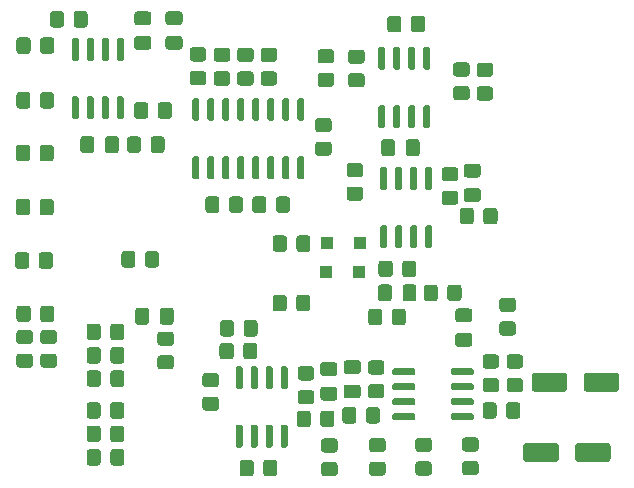
<source format=gbr>
%TF.GenerationSoftware,KiCad,Pcbnew,(5.1.10)-1*%
%TF.CreationDate,2021-07-01T15:47:13-04:00*%
%TF.ProjectId,LFO,4c464f2e-6b69-4636-9164-5f7063625858,rev?*%
%TF.SameCoordinates,Original*%
%TF.FileFunction,Paste,Top*%
%TF.FilePolarity,Positive*%
%FSLAX46Y46*%
G04 Gerber Fmt 4.6, Leading zero omitted, Abs format (unit mm)*
G04 Created by KiCad (PCBNEW (5.1.10)-1) date 2021-07-01 15:47:13*
%MOMM*%
%LPD*%
G01*
G04 APERTURE LIST*
%ADD10R,1.100000X1.100000*%
G04 APERTURE END LIST*
%TO.C,U3*%
G36*
G01*
X110817800Y-77951200D02*
X110517800Y-77951200D01*
G75*
G02*
X110367800Y-77801200I0J150000D01*
G01*
X110367800Y-76151200D01*
G75*
G02*
X110517800Y-76001200I150000J0D01*
G01*
X110817800Y-76001200D01*
G75*
G02*
X110967800Y-76151200I0J-150000D01*
G01*
X110967800Y-77801200D01*
G75*
G02*
X110817800Y-77951200I-150000J0D01*
G01*
G37*
G36*
G01*
X112087800Y-77951200D02*
X111787800Y-77951200D01*
G75*
G02*
X111637800Y-77801200I0J150000D01*
G01*
X111637800Y-76151200D01*
G75*
G02*
X111787800Y-76001200I150000J0D01*
G01*
X112087800Y-76001200D01*
G75*
G02*
X112237800Y-76151200I0J-150000D01*
G01*
X112237800Y-77801200D01*
G75*
G02*
X112087800Y-77951200I-150000J0D01*
G01*
G37*
G36*
G01*
X113357800Y-77951200D02*
X113057800Y-77951200D01*
G75*
G02*
X112907800Y-77801200I0J150000D01*
G01*
X112907800Y-76151200D01*
G75*
G02*
X113057800Y-76001200I150000J0D01*
G01*
X113357800Y-76001200D01*
G75*
G02*
X113507800Y-76151200I0J-150000D01*
G01*
X113507800Y-77801200D01*
G75*
G02*
X113357800Y-77951200I-150000J0D01*
G01*
G37*
G36*
G01*
X114627800Y-77951200D02*
X114327800Y-77951200D01*
G75*
G02*
X114177800Y-77801200I0J150000D01*
G01*
X114177800Y-76151200D01*
G75*
G02*
X114327800Y-76001200I150000J0D01*
G01*
X114627800Y-76001200D01*
G75*
G02*
X114777800Y-76151200I0J-150000D01*
G01*
X114777800Y-77801200D01*
G75*
G02*
X114627800Y-77951200I-150000J0D01*
G01*
G37*
G36*
G01*
X115897800Y-77951200D02*
X115597800Y-77951200D01*
G75*
G02*
X115447800Y-77801200I0J150000D01*
G01*
X115447800Y-76151200D01*
G75*
G02*
X115597800Y-76001200I150000J0D01*
G01*
X115897800Y-76001200D01*
G75*
G02*
X116047800Y-76151200I0J-150000D01*
G01*
X116047800Y-77801200D01*
G75*
G02*
X115897800Y-77951200I-150000J0D01*
G01*
G37*
G36*
G01*
X117167800Y-77951200D02*
X116867800Y-77951200D01*
G75*
G02*
X116717800Y-77801200I0J150000D01*
G01*
X116717800Y-76151200D01*
G75*
G02*
X116867800Y-76001200I150000J0D01*
G01*
X117167800Y-76001200D01*
G75*
G02*
X117317800Y-76151200I0J-150000D01*
G01*
X117317800Y-77801200D01*
G75*
G02*
X117167800Y-77951200I-150000J0D01*
G01*
G37*
G36*
G01*
X118437800Y-77951200D02*
X118137800Y-77951200D01*
G75*
G02*
X117987800Y-77801200I0J150000D01*
G01*
X117987800Y-76151200D01*
G75*
G02*
X118137800Y-76001200I150000J0D01*
G01*
X118437800Y-76001200D01*
G75*
G02*
X118587800Y-76151200I0J-150000D01*
G01*
X118587800Y-77801200D01*
G75*
G02*
X118437800Y-77951200I-150000J0D01*
G01*
G37*
G36*
G01*
X119707800Y-77951200D02*
X119407800Y-77951200D01*
G75*
G02*
X119257800Y-77801200I0J150000D01*
G01*
X119257800Y-76151200D01*
G75*
G02*
X119407800Y-76001200I150000J0D01*
G01*
X119707800Y-76001200D01*
G75*
G02*
X119857800Y-76151200I0J-150000D01*
G01*
X119857800Y-77801200D01*
G75*
G02*
X119707800Y-77951200I-150000J0D01*
G01*
G37*
G36*
G01*
X119707800Y-82901200D02*
X119407800Y-82901200D01*
G75*
G02*
X119257800Y-82751200I0J150000D01*
G01*
X119257800Y-81101200D01*
G75*
G02*
X119407800Y-80951200I150000J0D01*
G01*
X119707800Y-80951200D01*
G75*
G02*
X119857800Y-81101200I0J-150000D01*
G01*
X119857800Y-82751200D01*
G75*
G02*
X119707800Y-82901200I-150000J0D01*
G01*
G37*
G36*
G01*
X118437800Y-82901200D02*
X118137800Y-82901200D01*
G75*
G02*
X117987800Y-82751200I0J150000D01*
G01*
X117987800Y-81101200D01*
G75*
G02*
X118137800Y-80951200I150000J0D01*
G01*
X118437800Y-80951200D01*
G75*
G02*
X118587800Y-81101200I0J-150000D01*
G01*
X118587800Y-82751200D01*
G75*
G02*
X118437800Y-82901200I-150000J0D01*
G01*
G37*
G36*
G01*
X117167800Y-82901200D02*
X116867800Y-82901200D01*
G75*
G02*
X116717800Y-82751200I0J150000D01*
G01*
X116717800Y-81101200D01*
G75*
G02*
X116867800Y-80951200I150000J0D01*
G01*
X117167800Y-80951200D01*
G75*
G02*
X117317800Y-81101200I0J-150000D01*
G01*
X117317800Y-82751200D01*
G75*
G02*
X117167800Y-82901200I-150000J0D01*
G01*
G37*
G36*
G01*
X115897800Y-82901200D02*
X115597800Y-82901200D01*
G75*
G02*
X115447800Y-82751200I0J150000D01*
G01*
X115447800Y-81101200D01*
G75*
G02*
X115597800Y-80951200I150000J0D01*
G01*
X115897800Y-80951200D01*
G75*
G02*
X116047800Y-81101200I0J-150000D01*
G01*
X116047800Y-82751200D01*
G75*
G02*
X115897800Y-82901200I-150000J0D01*
G01*
G37*
G36*
G01*
X114627800Y-82901200D02*
X114327800Y-82901200D01*
G75*
G02*
X114177800Y-82751200I0J150000D01*
G01*
X114177800Y-81101200D01*
G75*
G02*
X114327800Y-80951200I150000J0D01*
G01*
X114627800Y-80951200D01*
G75*
G02*
X114777800Y-81101200I0J-150000D01*
G01*
X114777800Y-82751200D01*
G75*
G02*
X114627800Y-82901200I-150000J0D01*
G01*
G37*
G36*
G01*
X113357800Y-82901200D02*
X113057800Y-82901200D01*
G75*
G02*
X112907800Y-82751200I0J150000D01*
G01*
X112907800Y-81101200D01*
G75*
G02*
X113057800Y-80951200I150000J0D01*
G01*
X113357800Y-80951200D01*
G75*
G02*
X113507800Y-81101200I0J-150000D01*
G01*
X113507800Y-82751200D01*
G75*
G02*
X113357800Y-82901200I-150000J0D01*
G01*
G37*
G36*
G01*
X112087800Y-82901200D02*
X111787800Y-82901200D01*
G75*
G02*
X111637800Y-82751200I0J150000D01*
G01*
X111637800Y-81101200D01*
G75*
G02*
X111787800Y-80951200I150000J0D01*
G01*
X112087800Y-80951200D01*
G75*
G02*
X112237800Y-81101200I0J-150000D01*
G01*
X112237800Y-82751200D01*
G75*
G02*
X112087800Y-82901200I-150000J0D01*
G01*
G37*
G36*
G01*
X110817800Y-82901200D02*
X110517800Y-82901200D01*
G75*
G02*
X110367800Y-82751200I0J150000D01*
G01*
X110367800Y-81101200D01*
G75*
G02*
X110517800Y-80951200I150000J0D01*
G01*
X110817800Y-80951200D01*
G75*
G02*
X110967800Y-81101200I0J-150000D01*
G01*
X110967800Y-82751200D01*
G75*
G02*
X110817800Y-82901200I-150000J0D01*
G01*
G37*
%TD*%
%TO.C,R63*%
G36*
G01*
X126383201Y-99422000D02*
X125483199Y-99422000D01*
G75*
G02*
X125233200Y-99172001I0J249999D01*
G01*
X125233200Y-98471999D01*
G75*
G02*
X125483199Y-98222000I249999J0D01*
G01*
X126383201Y-98222000D01*
G75*
G02*
X126633200Y-98471999I0J-249999D01*
G01*
X126633200Y-99172001D01*
G75*
G02*
X126383201Y-99422000I-249999J0D01*
G01*
G37*
G36*
G01*
X126383201Y-101422000D02*
X125483199Y-101422000D01*
G75*
G02*
X125233200Y-101172001I0J249999D01*
G01*
X125233200Y-100471999D01*
G75*
G02*
X125483199Y-100222000I249999J0D01*
G01*
X126383201Y-100222000D01*
G75*
G02*
X126633200Y-100471999I0J-249999D01*
G01*
X126633200Y-101172001D01*
G75*
G02*
X126383201Y-101422000I-249999J0D01*
G01*
G37*
%TD*%
%TO.C,R61*%
G36*
G01*
X135004000Y-86454401D02*
X135004000Y-85554399D01*
G75*
G02*
X135253999Y-85304400I249999J0D01*
G01*
X135954001Y-85304400D01*
G75*
G02*
X136204000Y-85554399I0J-249999D01*
G01*
X136204000Y-86454401D01*
G75*
G02*
X135954001Y-86704400I-249999J0D01*
G01*
X135253999Y-86704400D01*
G75*
G02*
X135004000Y-86454401I0J249999D01*
G01*
G37*
G36*
G01*
X133004000Y-86454401D02*
X133004000Y-85554399D01*
G75*
G02*
X133253999Y-85304400I249999J0D01*
G01*
X133954001Y-85304400D01*
G75*
G02*
X134204000Y-85554399I0J-249999D01*
G01*
X134204000Y-86454401D01*
G75*
G02*
X133954001Y-86704400I-249999J0D01*
G01*
X133253999Y-86704400D01*
G75*
G02*
X133004000Y-86454401I0J249999D01*
G01*
G37*
%TD*%
%TO.C,R60*%
G36*
G01*
X136608399Y-94922800D02*
X137508401Y-94922800D01*
G75*
G02*
X137758400Y-95172799I0J-249999D01*
G01*
X137758400Y-95872801D01*
G75*
G02*
X137508401Y-96122800I-249999J0D01*
G01*
X136608399Y-96122800D01*
G75*
G02*
X136358400Y-95872801I0J249999D01*
G01*
X136358400Y-95172799D01*
G75*
G02*
X136608399Y-94922800I249999J0D01*
G01*
G37*
G36*
G01*
X136608399Y-92922800D02*
X137508401Y-92922800D01*
G75*
G02*
X137758400Y-93172799I0J-249999D01*
G01*
X137758400Y-93872801D01*
G75*
G02*
X137508401Y-94122800I-249999J0D01*
G01*
X136608399Y-94122800D01*
G75*
G02*
X136358400Y-93872801I0J249999D01*
G01*
X136358400Y-93172799D01*
G75*
G02*
X136608399Y-92922800I249999J0D01*
G01*
G37*
%TD*%
%TO.C,R59*%
G36*
G01*
X122420801Y-106026000D02*
X121520799Y-106026000D01*
G75*
G02*
X121270800Y-105776001I0J249999D01*
G01*
X121270800Y-105075999D01*
G75*
G02*
X121520799Y-104826000I249999J0D01*
G01*
X122420801Y-104826000D01*
G75*
G02*
X122670800Y-105075999I0J-249999D01*
G01*
X122670800Y-105776001D01*
G75*
G02*
X122420801Y-106026000I-249999J0D01*
G01*
G37*
G36*
G01*
X122420801Y-108026000D02*
X121520799Y-108026000D01*
G75*
G02*
X121270800Y-107776001I0J249999D01*
G01*
X121270800Y-107075999D01*
G75*
G02*
X121520799Y-106826000I249999J0D01*
G01*
X122420801Y-106826000D01*
G75*
G02*
X122670800Y-107075999I0J-249999D01*
G01*
X122670800Y-107776001D01*
G75*
G02*
X122420801Y-108026000I-249999J0D01*
G01*
G37*
%TD*%
%TO.C,R58*%
G36*
G01*
X130396401Y-105975200D02*
X129496399Y-105975200D01*
G75*
G02*
X129246400Y-105725201I0J249999D01*
G01*
X129246400Y-105025199D01*
G75*
G02*
X129496399Y-104775200I249999J0D01*
G01*
X130396401Y-104775200D01*
G75*
G02*
X130646400Y-105025199I0J-249999D01*
G01*
X130646400Y-105725201D01*
G75*
G02*
X130396401Y-105975200I-249999J0D01*
G01*
G37*
G36*
G01*
X130396401Y-107975200D02*
X129496399Y-107975200D01*
G75*
G02*
X129246400Y-107725201I0J249999D01*
G01*
X129246400Y-107025199D01*
G75*
G02*
X129496399Y-106775200I249999J0D01*
G01*
X130396401Y-106775200D01*
G75*
G02*
X130646400Y-107025199I0J-249999D01*
G01*
X130646400Y-107725201D01*
G75*
G02*
X130396401Y-107975200I-249999J0D01*
G01*
G37*
%TD*%
%TO.C,R57*%
G36*
G01*
X115560400Y-106890399D02*
X115560400Y-107790401D01*
G75*
G02*
X115310401Y-108040400I-249999J0D01*
G01*
X114610399Y-108040400D01*
G75*
G02*
X114360400Y-107790401I0J249999D01*
G01*
X114360400Y-106890399D01*
G75*
G02*
X114610399Y-106640400I249999J0D01*
G01*
X115310401Y-106640400D01*
G75*
G02*
X115560400Y-106890399I0J-249999D01*
G01*
G37*
G36*
G01*
X117560400Y-106890399D02*
X117560400Y-107790401D01*
G75*
G02*
X117310401Y-108040400I-249999J0D01*
G01*
X116610399Y-108040400D01*
G75*
G02*
X116360400Y-107790401I0J249999D01*
G01*
X116360400Y-106890399D01*
G75*
G02*
X116610399Y-106640400I249999J0D01*
G01*
X117310401Y-106640400D01*
G75*
G02*
X117560400Y-106890399I0J-249999D01*
G01*
G37*
%TD*%
%TO.C,R56*%
G36*
G01*
X121202400Y-103624801D02*
X121202400Y-102724799D01*
G75*
G02*
X121452399Y-102474800I249999J0D01*
G01*
X122152401Y-102474800D01*
G75*
G02*
X122402400Y-102724799I0J-249999D01*
G01*
X122402400Y-103624801D01*
G75*
G02*
X122152401Y-103874800I-249999J0D01*
G01*
X121452399Y-103874800D01*
G75*
G02*
X121202400Y-103624801I0J249999D01*
G01*
G37*
G36*
G01*
X119202400Y-103624801D02*
X119202400Y-102724799D01*
G75*
G02*
X119452399Y-102474800I249999J0D01*
G01*
X120152401Y-102474800D01*
G75*
G02*
X120402400Y-102724799I0J-249999D01*
G01*
X120402400Y-103624801D01*
G75*
G02*
X120152401Y-103874800I-249999J0D01*
G01*
X119452399Y-103874800D01*
G75*
G02*
X119202400Y-103624801I0J249999D01*
G01*
G37*
%TD*%
%TO.C,R55*%
G36*
G01*
X120439601Y-99930000D02*
X119539599Y-99930000D01*
G75*
G02*
X119289600Y-99680001I0J249999D01*
G01*
X119289600Y-98979999D01*
G75*
G02*
X119539599Y-98730000I249999J0D01*
G01*
X120439601Y-98730000D01*
G75*
G02*
X120689600Y-98979999I0J-249999D01*
G01*
X120689600Y-99680001D01*
G75*
G02*
X120439601Y-99930000I-249999J0D01*
G01*
G37*
G36*
G01*
X120439601Y-101930000D02*
X119539599Y-101930000D01*
G75*
G02*
X119289600Y-101680001I0J249999D01*
G01*
X119289600Y-100979999D01*
G75*
G02*
X119539599Y-100730000I249999J0D01*
G01*
X120439601Y-100730000D01*
G75*
G02*
X120689600Y-100979999I0J-249999D01*
G01*
X120689600Y-101680001D01*
G75*
G02*
X120439601Y-101930000I-249999J0D01*
G01*
G37*
%TD*%
%TO.C,R54*%
G36*
G01*
X132631601Y-83064400D02*
X131731599Y-83064400D01*
G75*
G02*
X131481600Y-82814401I0J249999D01*
G01*
X131481600Y-82114399D01*
G75*
G02*
X131731599Y-81864400I249999J0D01*
G01*
X132631601Y-81864400D01*
G75*
G02*
X132881600Y-82114399I0J-249999D01*
G01*
X132881600Y-82814401D01*
G75*
G02*
X132631601Y-83064400I-249999J0D01*
G01*
G37*
G36*
G01*
X132631601Y-85064400D02*
X131731599Y-85064400D01*
G75*
G02*
X131481600Y-84814401I0J249999D01*
G01*
X131481600Y-84114399D01*
G75*
G02*
X131731599Y-83864400I249999J0D01*
G01*
X132631601Y-83864400D01*
G75*
G02*
X132881600Y-84114399I0J-249999D01*
G01*
X132881600Y-84814401D01*
G75*
G02*
X132631601Y-85064400I-249999J0D01*
G01*
G37*
%TD*%
%TO.C,R53*%
G36*
G01*
X113900000Y-95053999D02*
X113900000Y-95954001D01*
G75*
G02*
X113650001Y-96204000I-249999J0D01*
G01*
X112949999Y-96204000D01*
G75*
G02*
X112700000Y-95954001I0J249999D01*
G01*
X112700000Y-95053999D01*
G75*
G02*
X112949999Y-94804000I249999J0D01*
G01*
X113650001Y-94804000D01*
G75*
G02*
X113900000Y-95053999I0J-249999D01*
G01*
G37*
G36*
G01*
X115900000Y-95053999D02*
X115900000Y-95954001D01*
G75*
G02*
X115650001Y-96204000I-249999J0D01*
G01*
X114949999Y-96204000D01*
G75*
G02*
X114700000Y-95954001I0J249999D01*
G01*
X114700000Y-95053999D01*
G75*
G02*
X114949999Y-94804000I249999J0D01*
G01*
X115650001Y-94804000D01*
G75*
G02*
X115900000Y-95053999I0J-249999D01*
G01*
G37*
%TD*%
%TO.C,R52*%
G36*
G01*
X113865200Y-96984399D02*
X113865200Y-97884401D01*
G75*
G02*
X113615201Y-98134400I-249999J0D01*
G01*
X112915199Y-98134400D01*
G75*
G02*
X112665200Y-97884401I0J249999D01*
G01*
X112665200Y-96984399D01*
G75*
G02*
X112915199Y-96734400I249999J0D01*
G01*
X113615201Y-96734400D01*
G75*
G02*
X113865200Y-96984399I0J-249999D01*
G01*
G37*
G36*
G01*
X115865200Y-96984399D02*
X115865200Y-97884401D01*
G75*
G02*
X115615201Y-98134400I-249999J0D01*
G01*
X114915199Y-98134400D01*
G75*
G02*
X114665200Y-97884401I0J249999D01*
G01*
X114665200Y-96984399D01*
G75*
G02*
X114915199Y-96734400I249999J0D01*
G01*
X115615201Y-96734400D01*
G75*
G02*
X115865200Y-96984399I0J-249999D01*
G01*
G37*
%TD*%
%TO.C,R51*%
G36*
G01*
X108552401Y-96983600D02*
X107652399Y-96983600D01*
G75*
G02*
X107402400Y-96733601I0J249999D01*
G01*
X107402400Y-96033599D01*
G75*
G02*
X107652399Y-95783600I249999J0D01*
G01*
X108552401Y-95783600D01*
G75*
G02*
X108802400Y-96033599I0J-249999D01*
G01*
X108802400Y-96733601D01*
G75*
G02*
X108552401Y-96983600I-249999J0D01*
G01*
G37*
G36*
G01*
X108552401Y-98983600D02*
X107652399Y-98983600D01*
G75*
G02*
X107402400Y-98733601I0J249999D01*
G01*
X107402400Y-98033599D01*
G75*
G02*
X107652399Y-97783600I249999J0D01*
G01*
X108552401Y-97783600D01*
G75*
G02*
X108802400Y-98033599I0J-249999D01*
G01*
X108802400Y-98733601D01*
G75*
G02*
X108552401Y-98983600I-249999J0D01*
G01*
G37*
%TD*%
%TO.C,R50*%
G36*
G01*
X102622400Y-105975999D02*
X102622400Y-106876001D01*
G75*
G02*
X102372401Y-107126000I-249999J0D01*
G01*
X101672399Y-107126000D01*
G75*
G02*
X101422400Y-106876001I0J249999D01*
G01*
X101422400Y-105975999D01*
G75*
G02*
X101672399Y-105726000I249999J0D01*
G01*
X102372401Y-105726000D01*
G75*
G02*
X102622400Y-105975999I0J-249999D01*
G01*
G37*
G36*
G01*
X104622400Y-105975999D02*
X104622400Y-106876001D01*
G75*
G02*
X104372401Y-107126000I-249999J0D01*
G01*
X103672399Y-107126000D01*
G75*
G02*
X103422400Y-106876001I0J249999D01*
G01*
X103422400Y-105975999D01*
G75*
G02*
X103672399Y-105726000I249999J0D01*
G01*
X104372401Y-105726000D01*
G75*
G02*
X104622400Y-105975999I0J-249999D01*
G01*
G37*
%TD*%
%TO.C,R49*%
G36*
G01*
X96614401Y-96847200D02*
X95714399Y-96847200D01*
G75*
G02*
X95464400Y-96597201I0J249999D01*
G01*
X95464400Y-95897199D01*
G75*
G02*
X95714399Y-95647200I249999J0D01*
G01*
X96614401Y-95647200D01*
G75*
G02*
X96864400Y-95897199I0J-249999D01*
G01*
X96864400Y-96597201D01*
G75*
G02*
X96614401Y-96847200I-249999J0D01*
G01*
G37*
G36*
G01*
X96614401Y-98847200D02*
X95714399Y-98847200D01*
G75*
G02*
X95464400Y-98597201I0J249999D01*
G01*
X95464400Y-97897199D01*
G75*
G02*
X95714399Y-97647200I249999J0D01*
G01*
X96614401Y-97647200D01*
G75*
G02*
X96864400Y-97897199I0J-249999D01*
G01*
X96864400Y-98597201D01*
G75*
G02*
X96614401Y-98847200I-249999J0D01*
G01*
G37*
%TD*%
%TO.C,R48*%
G36*
G01*
X123670399Y-83508800D02*
X124570401Y-83508800D01*
G75*
G02*
X124820400Y-83758799I0J-249999D01*
G01*
X124820400Y-84458801D01*
G75*
G02*
X124570401Y-84708800I-249999J0D01*
G01*
X123670399Y-84708800D01*
G75*
G02*
X123420400Y-84458801I0J249999D01*
G01*
X123420400Y-83758799D01*
G75*
G02*
X123670399Y-83508800I249999J0D01*
G01*
G37*
G36*
G01*
X123670399Y-81508800D02*
X124570401Y-81508800D01*
G75*
G02*
X124820400Y-81758799I0J-249999D01*
G01*
X124820400Y-82458801D01*
G75*
G02*
X124570401Y-82708800I-249999J0D01*
G01*
X123670399Y-82708800D01*
G75*
G02*
X123420400Y-82458801I0J249999D01*
G01*
X123420400Y-81758799D01*
G75*
G02*
X123670399Y-81508800I249999J0D01*
G01*
G37*
%TD*%
%TO.C,R47*%
G36*
G01*
X111462399Y-101288800D02*
X112362401Y-101288800D01*
G75*
G02*
X112612400Y-101538799I0J-249999D01*
G01*
X112612400Y-102238801D01*
G75*
G02*
X112362401Y-102488800I-249999J0D01*
G01*
X111462399Y-102488800D01*
G75*
G02*
X111212400Y-102238801I0J249999D01*
G01*
X111212400Y-101538799D01*
G75*
G02*
X111462399Y-101288800I249999J0D01*
G01*
G37*
G36*
G01*
X111462399Y-99288800D02*
X112362401Y-99288800D01*
G75*
G02*
X112612400Y-99538799I0J-249999D01*
G01*
X112612400Y-100238801D01*
G75*
G02*
X112362401Y-100488800I-249999J0D01*
G01*
X111462399Y-100488800D01*
G75*
G02*
X111212400Y-100238801I0J249999D01*
G01*
X111212400Y-99538799D01*
G75*
G02*
X111462399Y-99288800I249999J0D01*
G01*
G37*
%TD*%
%TO.C,R45*%
G36*
G01*
X102606400Y-103994799D02*
X102606400Y-104894801D01*
G75*
G02*
X102356401Y-105144800I-249999J0D01*
G01*
X101656399Y-105144800D01*
G75*
G02*
X101406400Y-104894801I0J249999D01*
G01*
X101406400Y-103994799D01*
G75*
G02*
X101656399Y-103744800I249999J0D01*
G01*
X102356401Y-103744800D01*
G75*
G02*
X102606400Y-103994799I0J-249999D01*
G01*
G37*
G36*
G01*
X104606400Y-103994799D02*
X104606400Y-104894801D01*
G75*
G02*
X104356401Y-105144800I-249999J0D01*
G01*
X103656399Y-105144800D01*
G75*
G02*
X103406400Y-104894801I0J249999D01*
G01*
X103406400Y-103994799D01*
G75*
G02*
X103656399Y-103744800I249999J0D01*
G01*
X104356401Y-103744800D01*
G75*
G02*
X104606400Y-103994799I0J-249999D01*
G01*
G37*
%TD*%
%TO.C,R44*%
G36*
G01*
X102606400Y-102013599D02*
X102606400Y-102913601D01*
G75*
G02*
X102356401Y-103163600I-249999J0D01*
G01*
X101656399Y-103163600D01*
G75*
G02*
X101406400Y-102913601I0J249999D01*
G01*
X101406400Y-102013599D01*
G75*
G02*
X101656399Y-101763600I249999J0D01*
G01*
X102356401Y-101763600D01*
G75*
G02*
X102606400Y-102013599I0J-249999D01*
G01*
G37*
G36*
G01*
X104606400Y-102013599D02*
X104606400Y-102913601D01*
G75*
G02*
X104356401Y-103163600I-249999J0D01*
G01*
X103656399Y-103163600D01*
G75*
G02*
X103406400Y-102913601I0J249999D01*
G01*
X103406400Y-102013599D01*
G75*
G02*
X103656399Y-101763600I249999J0D01*
G01*
X104356401Y-101763600D01*
G75*
G02*
X104606400Y-102013599I0J-249999D01*
G01*
G37*
%TD*%
%TO.C,R43*%
G36*
G01*
X128873200Y-70198401D02*
X128873200Y-69298399D01*
G75*
G02*
X129123199Y-69048400I249999J0D01*
G01*
X129823201Y-69048400D01*
G75*
G02*
X130073200Y-69298399I0J-249999D01*
G01*
X130073200Y-70198401D01*
G75*
G02*
X129823201Y-70448400I-249999J0D01*
G01*
X129123199Y-70448400D01*
G75*
G02*
X128873200Y-70198401I0J249999D01*
G01*
G37*
G36*
G01*
X126873200Y-70198401D02*
X126873200Y-69298399D01*
G75*
G02*
X127123199Y-69048400I249999J0D01*
G01*
X127823201Y-69048400D01*
G75*
G02*
X128073200Y-69298399I0J-249999D01*
G01*
X128073200Y-70198401D01*
G75*
G02*
X127823201Y-70448400I-249999J0D01*
G01*
X127123199Y-70448400D01*
G75*
G02*
X126873200Y-70198401I0J249999D01*
G01*
G37*
%TD*%
%TO.C,R42*%
G36*
G01*
X126484801Y-105991200D02*
X125584799Y-105991200D01*
G75*
G02*
X125334800Y-105741201I0J249999D01*
G01*
X125334800Y-105041199D01*
G75*
G02*
X125584799Y-104791200I249999J0D01*
G01*
X126484801Y-104791200D01*
G75*
G02*
X126734800Y-105041199I0J-249999D01*
G01*
X126734800Y-105741201D01*
G75*
G02*
X126484801Y-105991200I-249999J0D01*
G01*
G37*
G36*
G01*
X126484801Y-107991200D02*
X125584799Y-107991200D01*
G75*
G02*
X125334800Y-107741201I0J249999D01*
G01*
X125334800Y-107041199D01*
G75*
G02*
X125584799Y-106791200I249999J0D01*
G01*
X126484801Y-106791200D01*
G75*
G02*
X126734800Y-107041199I0J-249999D01*
G01*
X126734800Y-107741201D01*
G75*
G02*
X126484801Y-107991200I-249999J0D01*
G01*
G37*
%TD*%
%TO.C,R41*%
G36*
G01*
X102622400Y-99321199D02*
X102622400Y-100221201D01*
G75*
G02*
X102372401Y-100471200I-249999J0D01*
G01*
X101672399Y-100471200D01*
G75*
G02*
X101422400Y-100221201I0J249999D01*
G01*
X101422400Y-99321199D01*
G75*
G02*
X101672399Y-99071200I249999J0D01*
G01*
X102372401Y-99071200D01*
G75*
G02*
X102622400Y-99321199I0J-249999D01*
G01*
G37*
G36*
G01*
X104622400Y-99321199D02*
X104622400Y-100221201D01*
G75*
G02*
X104372401Y-100471200I-249999J0D01*
G01*
X103672399Y-100471200D01*
G75*
G02*
X103422400Y-100221201I0J249999D01*
G01*
X103422400Y-99321199D01*
G75*
G02*
X103672399Y-99071200I249999J0D01*
G01*
X104372401Y-99071200D01*
G75*
G02*
X104622400Y-99321199I0J-249999D01*
G01*
G37*
%TD*%
%TO.C,R40*%
G36*
G01*
X102622400Y-97339999D02*
X102622400Y-98240001D01*
G75*
G02*
X102372401Y-98490000I-249999J0D01*
G01*
X101672399Y-98490000D01*
G75*
G02*
X101422400Y-98240001I0J249999D01*
G01*
X101422400Y-97339999D01*
G75*
G02*
X101672399Y-97090000I249999J0D01*
G01*
X102372401Y-97090000D01*
G75*
G02*
X102622400Y-97339999I0J-249999D01*
G01*
G37*
G36*
G01*
X104622400Y-97339999D02*
X104622400Y-98240001D01*
G75*
G02*
X104372401Y-98490000I-249999J0D01*
G01*
X103672399Y-98490000D01*
G75*
G02*
X103422400Y-98240001I0J249999D01*
G01*
X103422400Y-97339999D01*
G75*
G02*
X103672399Y-97090000I249999J0D01*
G01*
X104372401Y-97090000D01*
G75*
G02*
X104622400Y-97339999I0J-249999D01*
G01*
G37*
%TD*%
%TO.C,R39*%
G36*
G01*
X98646401Y-96847200D02*
X97746399Y-96847200D01*
G75*
G02*
X97496400Y-96597201I0J249999D01*
G01*
X97496400Y-95897199D01*
G75*
G02*
X97746399Y-95647200I249999J0D01*
G01*
X98646401Y-95647200D01*
G75*
G02*
X98896400Y-95897199I0J-249999D01*
G01*
X98896400Y-96597201D01*
G75*
G02*
X98646401Y-96847200I-249999J0D01*
G01*
G37*
G36*
G01*
X98646401Y-98847200D02*
X97746399Y-98847200D01*
G75*
G02*
X97496400Y-98597201I0J249999D01*
G01*
X97496400Y-97897199D01*
G75*
G02*
X97746399Y-97647200I249999J0D01*
G01*
X98646401Y-97647200D01*
G75*
G02*
X98896400Y-97897199I0J-249999D01*
G01*
X98896400Y-98597201D01*
G75*
G02*
X98646401Y-98847200I-249999J0D01*
G01*
G37*
%TD*%
%TO.C,R38*%
G36*
G01*
X133596801Y-74190400D02*
X132696799Y-74190400D01*
G75*
G02*
X132446800Y-73940401I0J249999D01*
G01*
X132446800Y-73240399D01*
G75*
G02*
X132696799Y-72990400I249999J0D01*
G01*
X133596801Y-72990400D01*
G75*
G02*
X133846800Y-73240399I0J-249999D01*
G01*
X133846800Y-73940401D01*
G75*
G02*
X133596801Y-74190400I-249999J0D01*
G01*
G37*
G36*
G01*
X133596801Y-76190400D02*
X132696799Y-76190400D01*
G75*
G02*
X132446800Y-75940401I0J249999D01*
G01*
X132446800Y-75240399D01*
G75*
G02*
X132696799Y-74990400I249999J0D01*
G01*
X133596801Y-74990400D01*
G75*
G02*
X133846800Y-75240399I0J-249999D01*
G01*
X133846800Y-75940401D01*
G75*
G02*
X133596801Y-76190400I-249999J0D01*
G01*
G37*
%TD*%
%TO.C,R36*%
G36*
G01*
X134358801Y-105940400D02*
X133458799Y-105940400D01*
G75*
G02*
X133208800Y-105690401I0J249999D01*
G01*
X133208800Y-104990399D01*
G75*
G02*
X133458799Y-104740400I249999J0D01*
G01*
X134358801Y-104740400D01*
G75*
G02*
X134608800Y-104990399I0J-249999D01*
G01*
X134608800Y-105690401D01*
G75*
G02*
X134358801Y-105940400I-249999J0D01*
G01*
G37*
G36*
G01*
X134358801Y-107940400D02*
X133458799Y-107940400D01*
G75*
G02*
X133208800Y-107690401I0J249999D01*
G01*
X133208800Y-106990399D01*
G75*
G02*
X133458799Y-106740400I249999J0D01*
G01*
X134358801Y-106740400D01*
G75*
G02*
X134608800Y-106990399I0J-249999D01*
G01*
X134608800Y-107690401D01*
G75*
G02*
X134358801Y-107940400I-249999J0D01*
G01*
G37*
%TD*%
%TO.C,R35*%
G36*
G01*
X135185999Y-99714000D02*
X136086001Y-99714000D01*
G75*
G02*
X136336000Y-99963999I0J-249999D01*
G01*
X136336000Y-100664001D01*
G75*
G02*
X136086001Y-100914000I-249999J0D01*
G01*
X135185999Y-100914000D01*
G75*
G02*
X134936000Y-100664001I0J249999D01*
G01*
X134936000Y-99963999D01*
G75*
G02*
X135185999Y-99714000I249999J0D01*
G01*
G37*
G36*
G01*
X135185999Y-97714000D02*
X136086001Y-97714000D01*
G75*
G02*
X136336000Y-97963999I0J-249999D01*
G01*
X136336000Y-98664001D01*
G75*
G02*
X136086001Y-98914000I-249999J0D01*
G01*
X135185999Y-98914000D01*
G75*
G02*
X134936000Y-98664001I0J249999D01*
G01*
X134936000Y-97963999D01*
G75*
G02*
X135185999Y-97714000I249999J0D01*
G01*
G37*
%TD*%
%TO.C,R34*%
G36*
G01*
X136934400Y-102913601D02*
X136934400Y-102013599D01*
G75*
G02*
X137184399Y-101763600I249999J0D01*
G01*
X137884401Y-101763600D01*
G75*
G02*
X138134400Y-102013599I0J-249999D01*
G01*
X138134400Y-102913601D01*
G75*
G02*
X137884401Y-103163600I-249999J0D01*
G01*
X137184399Y-103163600D01*
G75*
G02*
X136934400Y-102913601I0J249999D01*
G01*
G37*
G36*
G01*
X134934400Y-102913601D02*
X134934400Y-102013599D01*
G75*
G02*
X135184399Y-101763600I249999J0D01*
G01*
X135884401Y-101763600D01*
G75*
G02*
X136134400Y-102013599I0J-249999D01*
G01*
X136134400Y-102913601D01*
G75*
G02*
X135884401Y-103163600I-249999J0D01*
G01*
X135184399Y-103163600D01*
G75*
G02*
X134934400Y-102913601I0J249999D01*
G01*
G37*
%TD*%
%TO.C,R33*%
G36*
G01*
X124263200Y-102419999D02*
X124263200Y-103320001D01*
G75*
G02*
X124013201Y-103570000I-249999J0D01*
G01*
X123313199Y-103570000D01*
G75*
G02*
X123063200Y-103320001I0J249999D01*
G01*
X123063200Y-102419999D01*
G75*
G02*
X123313199Y-102170000I249999J0D01*
G01*
X124013201Y-102170000D01*
G75*
G02*
X124263200Y-102419999I0J-249999D01*
G01*
G37*
G36*
G01*
X126263200Y-102419999D02*
X126263200Y-103320001D01*
G75*
G02*
X126013201Y-103570000I-249999J0D01*
G01*
X125313199Y-103570000D01*
G75*
G02*
X125063200Y-103320001I0J249999D01*
G01*
X125063200Y-102419999D01*
G75*
G02*
X125313199Y-102170000I249999J0D01*
G01*
X126013201Y-102170000D01*
G75*
G02*
X126263200Y-102419999I0J-249999D01*
G01*
G37*
%TD*%
%TO.C,R32*%
G36*
G01*
X102606400Y-95358799D02*
X102606400Y-96258801D01*
G75*
G02*
X102356401Y-96508800I-249999J0D01*
G01*
X101656399Y-96508800D01*
G75*
G02*
X101406400Y-96258801I0J249999D01*
G01*
X101406400Y-95358799D01*
G75*
G02*
X101656399Y-95108800I249999J0D01*
G01*
X102356401Y-95108800D01*
G75*
G02*
X102606400Y-95358799I0J-249999D01*
G01*
G37*
G36*
G01*
X104606400Y-95358799D02*
X104606400Y-96258801D01*
G75*
G02*
X104356401Y-96508800I-249999J0D01*
G01*
X103656399Y-96508800D01*
G75*
G02*
X103406400Y-96258801I0J249999D01*
G01*
X103406400Y-95358799D01*
G75*
G02*
X103656399Y-95108800I249999J0D01*
G01*
X104356401Y-95108800D01*
G75*
G02*
X104606400Y-95358799I0J-249999D01*
G01*
G37*
%TD*%
%TO.C,R31*%
G36*
G01*
X126447600Y-94088799D02*
X126447600Y-94988801D01*
G75*
G02*
X126197601Y-95238800I-249999J0D01*
G01*
X125497599Y-95238800D01*
G75*
G02*
X125247600Y-94988801I0J249999D01*
G01*
X125247600Y-94088799D01*
G75*
G02*
X125497599Y-93838800I249999J0D01*
G01*
X126197601Y-93838800D01*
G75*
G02*
X126447600Y-94088799I0J-249999D01*
G01*
G37*
G36*
G01*
X128447600Y-94088799D02*
X128447600Y-94988801D01*
G75*
G02*
X128197601Y-95238800I-249999J0D01*
G01*
X127497599Y-95238800D01*
G75*
G02*
X127247600Y-94988801I0J249999D01*
G01*
X127247600Y-94088799D01*
G75*
G02*
X127497599Y-93838800I249999J0D01*
G01*
X128197601Y-93838800D01*
G75*
G02*
X128447600Y-94088799I0J-249999D01*
G01*
G37*
%TD*%
%TO.C,R30*%
G36*
G01*
X118354400Y-92920399D02*
X118354400Y-93820401D01*
G75*
G02*
X118104401Y-94070400I-249999J0D01*
G01*
X117404399Y-94070400D01*
G75*
G02*
X117154400Y-93820401I0J249999D01*
G01*
X117154400Y-92920399D01*
G75*
G02*
X117404399Y-92670400I249999J0D01*
G01*
X118104401Y-92670400D01*
G75*
G02*
X118354400Y-92920399I0J-249999D01*
G01*
G37*
G36*
G01*
X120354400Y-92920399D02*
X120354400Y-93820401D01*
G75*
G02*
X120104401Y-94070400I-249999J0D01*
G01*
X119404399Y-94070400D01*
G75*
G02*
X119154400Y-93820401I0J249999D01*
G01*
X119154400Y-92920399D01*
G75*
G02*
X119404399Y-92670400I249999J0D01*
G01*
X120104401Y-92670400D01*
G75*
G02*
X120354400Y-92920399I0J-249999D01*
G01*
G37*
%TD*%
%TO.C,R29*%
G36*
G01*
X138118001Y-98914000D02*
X137217999Y-98914000D01*
G75*
G02*
X136968000Y-98664001I0J249999D01*
G01*
X136968000Y-97963999D01*
G75*
G02*
X137217999Y-97714000I249999J0D01*
G01*
X138118001Y-97714000D01*
G75*
G02*
X138368000Y-97963999I0J-249999D01*
G01*
X138368000Y-98664001D01*
G75*
G02*
X138118001Y-98914000I-249999J0D01*
G01*
G37*
G36*
G01*
X138118001Y-100914000D02*
X137217999Y-100914000D01*
G75*
G02*
X136968000Y-100664001I0J249999D01*
G01*
X136968000Y-99963999D01*
G75*
G02*
X137217999Y-99714000I249999J0D01*
G01*
X138118001Y-99714000D01*
G75*
G02*
X138368000Y-99963999I0J-249999D01*
G01*
X138368000Y-100664001D01*
G75*
G02*
X138118001Y-100914000I-249999J0D01*
G01*
G37*
%TD*%
%TO.C,R28*%
G36*
G01*
X124706801Y-73107600D02*
X123806799Y-73107600D01*
G75*
G02*
X123556800Y-72857601I0J249999D01*
G01*
X123556800Y-72157599D01*
G75*
G02*
X123806799Y-71907600I249999J0D01*
G01*
X124706801Y-71907600D01*
G75*
G02*
X124956800Y-72157599I0J-249999D01*
G01*
X124956800Y-72857601D01*
G75*
G02*
X124706801Y-73107600I-249999J0D01*
G01*
G37*
G36*
G01*
X124706801Y-75107600D02*
X123806799Y-75107600D01*
G75*
G02*
X123556800Y-74857601I0J249999D01*
G01*
X123556800Y-74157599D01*
G75*
G02*
X123806799Y-73907600I249999J0D01*
G01*
X124706801Y-73907600D01*
G75*
G02*
X124956800Y-74157599I0J-249999D01*
G01*
X124956800Y-74857601D01*
G75*
G02*
X124706801Y-75107600I-249999J0D01*
G01*
G37*
%TD*%
%TO.C,R27*%
G36*
G01*
X119170400Y-88791201D02*
X119170400Y-87891199D01*
G75*
G02*
X119420399Y-87641200I249999J0D01*
G01*
X120120401Y-87641200D01*
G75*
G02*
X120370400Y-87891199I0J-249999D01*
G01*
X120370400Y-88791201D01*
G75*
G02*
X120120401Y-89041200I-249999J0D01*
G01*
X119420399Y-89041200D01*
G75*
G02*
X119170400Y-88791201I0J249999D01*
G01*
G37*
G36*
G01*
X117170400Y-88791201D02*
X117170400Y-87891199D01*
G75*
G02*
X117420399Y-87641200I249999J0D01*
G01*
X118120401Y-87641200D01*
G75*
G02*
X118370400Y-87891199I0J-249999D01*
G01*
X118370400Y-88791201D01*
G75*
G02*
X118120401Y-89041200I-249999J0D01*
G01*
X117420399Y-89041200D01*
G75*
G02*
X117170400Y-88791201I0J249999D01*
G01*
G37*
%TD*%
%TO.C,R26*%
G36*
G01*
X113464800Y-85489201D02*
X113464800Y-84589199D01*
G75*
G02*
X113714799Y-84339200I249999J0D01*
G01*
X114414801Y-84339200D01*
G75*
G02*
X114664800Y-84589199I0J-249999D01*
G01*
X114664800Y-85489201D01*
G75*
G02*
X114414801Y-85739200I-249999J0D01*
G01*
X113714799Y-85739200D01*
G75*
G02*
X113464800Y-85489201I0J249999D01*
G01*
G37*
G36*
G01*
X111464800Y-85489201D02*
X111464800Y-84589199D01*
G75*
G02*
X111714799Y-84339200I249999J0D01*
G01*
X112414801Y-84339200D01*
G75*
G02*
X112664800Y-84589199I0J-249999D01*
G01*
X112664800Y-85489201D01*
G75*
G02*
X112414801Y-85739200I-249999J0D01*
G01*
X111714799Y-85739200D01*
G75*
G02*
X111464800Y-85489201I0J249999D01*
G01*
G37*
%TD*%
%TO.C,R24*%
G36*
G01*
X117290001Y-72955200D02*
X116389999Y-72955200D01*
G75*
G02*
X116140000Y-72705201I0J249999D01*
G01*
X116140000Y-72005199D01*
G75*
G02*
X116389999Y-71755200I249999J0D01*
G01*
X117290001Y-71755200D01*
G75*
G02*
X117540000Y-72005199I0J-249999D01*
G01*
X117540000Y-72705201D01*
G75*
G02*
X117290001Y-72955200I-249999J0D01*
G01*
G37*
G36*
G01*
X117290001Y-74955200D02*
X116389999Y-74955200D01*
G75*
G02*
X116140000Y-74705201I0J249999D01*
G01*
X116140000Y-74005199D01*
G75*
G02*
X116389999Y-73755200I249999J0D01*
G01*
X117290001Y-73755200D01*
G75*
G02*
X117540000Y-74005199I0J-249999D01*
G01*
X117540000Y-74705201D01*
G75*
G02*
X117290001Y-74955200I-249999J0D01*
G01*
G37*
%TD*%
%TO.C,R23*%
G36*
G01*
X114408799Y-73755200D02*
X115308801Y-73755200D01*
G75*
G02*
X115558800Y-74005199I0J-249999D01*
G01*
X115558800Y-74705201D01*
G75*
G02*
X115308801Y-74955200I-249999J0D01*
G01*
X114408799Y-74955200D01*
G75*
G02*
X114158800Y-74705201I0J249999D01*
G01*
X114158800Y-74005199D01*
G75*
G02*
X114408799Y-73755200I249999J0D01*
G01*
G37*
G36*
G01*
X114408799Y-71755200D02*
X115308801Y-71755200D01*
G75*
G02*
X115558800Y-72005199I0J-249999D01*
G01*
X115558800Y-72705201D01*
G75*
G02*
X115308801Y-72955200I-249999J0D01*
G01*
X114408799Y-72955200D01*
G75*
G02*
X114158800Y-72705201I0J249999D01*
G01*
X114158800Y-72005199D01*
G75*
G02*
X114408799Y-71755200I249999J0D01*
G01*
G37*
%TD*%
%TO.C,R22*%
G36*
G01*
X116643200Y-84589199D02*
X116643200Y-85489201D01*
G75*
G02*
X116393201Y-85739200I-249999J0D01*
G01*
X115693199Y-85739200D01*
G75*
G02*
X115443200Y-85489201I0J249999D01*
G01*
X115443200Y-84589199D01*
G75*
G02*
X115693199Y-84339200I249999J0D01*
G01*
X116393201Y-84339200D01*
G75*
G02*
X116643200Y-84589199I0J-249999D01*
G01*
G37*
G36*
G01*
X118643200Y-84589199D02*
X118643200Y-85489201D01*
G75*
G02*
X118393201Y-85739200I-249999J0D01*
G01*
X117693199Y-85739200D01*
G75*
G02*
X117443200Y-85489201I0J249999D01*
G01*
X117443200Y-84589199D01*
G75*
G02*
X117693199Y-84339200I249999J0D01*
G01*
X118393201Y-84339200D01*
G75*
G02*
X118643200Y-84589199I0J-249999D01*
G01*
G37*
%TD*%
%TO.C,R21*%
G36*
G01*
X121215999Y-73872800D02*
X122116001Y-73872800D01*
G75*
G02*
X122366000Y-74122799I0J-249999D01*
G01*
X122366000Y-74822801D01*
G75*
G02*
X122116001Y-75072800I-249999J0D01*
G01*
X121215999Y-75072800D01*
G75*
G02*
X120966000Y-74822801I0J249999D01*
G01*
X120966000Y-74122799D01*
G75*
G02*
X121215999Y-73872800I249999J0D01*
G01*
G37*
G36*
G01*
X121215999Y-71872800D02*
X122116001Y-71872800D01*
G75*
G02*
X122366000Y-72122799I0J-249999D01*
G01*
X122366000Y-72822801D01*
G75*
G02*
X122116001Y-73072800I-249999J0D01*
G01*
X121215999Y-73072800D01*
G75*
G02*
X120966000Y-72822801I0J249999D01*
G01*
X120966000Y-72122799D01*
G75*
G02*
X121215999Y-71872800I249999J0D01*
G01*
G37*
%TD*%
%TO.C,R20*%
G36*
G01*
X121912801Y-78898800D02*
X121012799Y-78898800D01*
G75*
G02*
X120762800Y-78648801I0J249999D01*
G01*
X120762800Y-77948799D01*
G75*
G02*
X121012799Y-77698800I249999J0D01*
G01*
X121912801Y-77698800D01*
G75*
G02*
X122162800Y-77948799I0J-249999D01*
G01*
X122162800Y-78648801D01*
G75*
G02*
X121912801Y-78898800I-249999J0D01*
G01*
G37*
G36*
G01*
X121912801Y-80898800D02*
X121012799Y-80898800D01*
G75*
G02*
X120762800Y-80648801I0J249999D01*
G01*
X120762800Y-79948799D01*
G75*
G02*
X121012799Y-79698800I249999J0D01*
G01*
X121912801Y-79698800D01*
G75*
G02*
X122162800Y-79948799I0J-249999D01*
G01*
X122162800Y-80648801D01*
G75*
G02*
X121912801Y-80898800I-249999J0D01*
G01*
G37*
%TD*%
%TO.C,R19*%
G36*
G01*
X113327601Y-72955200D02*
X112427599Y-72955200D01*
G75*
G02*
X112177600Y-72705201I0J249999D01*
G01*
X112177600Y-72005199D01*
G75*
G02*
X112427599Y-71755200I249999J0D01*
G01*
X113327601Y-71755200D01*
G75*
G02*
X113577600Y-72005199I0J-249999D01*
G01*
X113577600Y-72705201D01*
G75*
G02*
X113327601Y-72955200I-249999J0D01*
G01*
G37*
G36*
G01*
X113327601Y-74955200D02*
X112427599Y-74955200D01*
G75*
G02*
X112177600Y-74705201I0J249999D01*
G01*
X112177600Y-74005199D01*
G75*
G02*
X112427599Y-73755200I249999J0D01*
G01*
X113327601Y-73755200D01*
G75*
G02*
X113577600Y-74005199I0J-249999D01*
G01*
X113577600Y-74705201D01*
G75*
G02*
X113327601Y-74955200I-249999J0D01*
G01*
G37*
%TD*%
%TO.C,R18*%
G36*
G01*
X128127200Y-90924801D02*
X128127200Y-90024799D01*
G75*
G02*
X128377199Y-89774800I249999J0D01*
G01*
X129077201Y-89774800D01*
G75*
G02*
X129327200Y-90024799I0J-249999D01*
G01*
X129327200Y-90924801D01*
G75*
G02*
X129077201Y-91174800I-249999J0D01*
G01*
X128377199Y-91174800D01*
G75*
G02*
X128127200Y-90924801I0J249999D01*
G01*
G37*
G36*
G01*
X126127200Y-90924801D02*
X126127200Y-90024799D01*
G75*
G02*
X126377199Y-89774800I249999J0D01*
G01*
X127077201Y-89774800D01*
G75*
G02*
X127327200Y-90024799I0J-249999D01*
G01*
X127327200Y-90924801D01*
G75*
G02*
X127077201Y-91174800I-249999J0D01*
G01*
X126377199Y-91174800D01*
G75*
G02*
X126127200Y-90924801I0J249999D01*
G01*
G37*
%TD*%
%TO.C,R17*%
G36*
G01*
X131956000Y-92956801D02*
X131956000Y-92056799D01*
G75*
G02*
X132205999Y-91806800I249999J0D01*
G01*
X132906001Y-91806800D01*
G75*
G02*
X133156000Y-92056799I0J-249999D01*
G01*
X133156000Y-92956801D01*
G75*
G02*
X132906001Y-93206800I-249999J0D01*
G01*
X132205999Y-93206800D01*
G75*
G02*
X131956000Y-92956801I0J249999D01*
G01*
G37*
G36*
G01*
X129956000Y-92956801D02*
X129956000Y-92056799D01*
G75*
G02*
X130205999Y-91806800I249999J0D01*
G01*
X130906001Y-91806800D01*
G75*
G02*
X131156000Y-92056799I0J-249999D01*
G01*
X131156000Y-92956801D01*
G75*
G02*
X130906001Y-93206800I-249999J0D01*
G01*
X130205999Y-93206800D01*
G75*
G02*
X129956000Y-92956801I0J249999D01*
G01*
G37*
%TD*%
%TO.C,R16*%
G36*
G01*
X111295601Y-72920400D02*
X110395599Y-72920400D01*
G75*
G02*
X110145600Y-72670401I0J249999D01*
G01*
X110145600Y-71970399D01*
G75*
G02*
X110395599Y-71720400I249999J0D01*
G01*
X111295601Y-71720400D01*
G75*
G02*
X111545600Y-71970399I0J-249999D01*
G01*
X111545600Y-72670401D01*
G75*
G02*
X111295601Y-72920400I-249999J0D01*
G01*
G37*
G36*
G01*
X111295601Y-74920400D02*
X110395599Y-74920400D01*
G75*
G02*
X110145600Y-74670401I0J249999D01*
G01*
X110145600Y-73970399D01*
G75*
G02*
X110395599Y-73720400I249999J0D01*
G01*
X111295601Y-73720400D01*
G75*
G02*
X111545600Y-73970399I0J-249999D01*
G01*
X111545600Y-74670401D01*
G75*
G02*
X111295601Y-74920400I-249999J0D01*
G01*
G37*
%TD*%
%TO.C,R15*%
G36*
G01*
X135578001Y-74225200D02*
X134677999Y-74225200D01*
G75*
G02*
X134428000Y-73975201I0J249999D01*
G01*
X134428000Y-73275199D01*
G75*
G02*
X134677999Y-73025200I249999J0D01*
G01*
X135578001Y-73025200D01*
G75*
G02*
X135828000Y-73275199I0J-249999D01*
G01*
X135828000Y-73975201D01*
G75*
G02*
X135578001Y-74225200I-249999J0D01*
G01*
G37*
G36*
G01*
X135578001Y-76225200D02*
X134677999Y-76225200D01*
G75*
G02*
X134428000Y-75975201I0J249999D01*
G01*
X134428000Y-75275199D01*
G75*
G02*
X134677999Y-75025200I249999J0D01*
G01*
X135578001Y-75025200D01*
G75*
G02*
X135828000Y-75275199I0J-249999D01*
G01*
X135828000Y-75975201D01*
G75*
G02*
X135578001Y-76225200I-249999J0D01*
G01*
G37*
%TD*%
%TO.C,R14*%
G36*
G01*
X99507600Y-68891999D02*
X99507600Y-69792001D01*
G75*
G02*
X99257601Y-70042000I-249999J0D01*
G01*
X98557599Y-70042000D01*
G75*
G02*
X98307600Y-69792001I0J249999D01*
G01*
X98307600Y-68891999D01*
G75*
G02*
X98557599Y-68642000I249999J0D01*
G01*
X99257601Y-68642000D01*
G75*
G02*
X99507600Y-68891999I0J-249999D01*
G01*
G37*
G36*
G01*
X101507600Y-68891999D02*
X101507600Y-69792001D01*
G75*
G02*
X101257601Y-70042000I-249999J0D01*
G01*
X100557599Y-70042000D01*
G75*
G02*
X100307600Y-69792001I0J249999D01*
G01*
X100307600Y-68891999D01*
G75*
G02*
X100557599Y-68642000I249999J0D01*
G01*
X101257601Y-68642000D01*
G75*
G02*
X101507600Y-68891999I0J-249999D01*
G01*
G37*
%TD*%
%TO.C,R13*%
G36*
G01*
X96678800Y-93834799D02*
X96678800Y-94734801D01*
G75*
G02*
X96428801Y-94984800I-249999J0D01*
G01*
X95728799Y-94984800D01*
G75*
G02*
X95478800Y-94734801I0J249999D01*
G01*
X95478800Y-93834799D01*
G75*
G02*
X95728799Y-93584800I249999J0D01*
G01*
X96428801Y-93584800D01*
G75*
G02*
X96678800Y-93834799I0J-249999D01*
G01*
G37*
G36*
G01*
X98678800Y-93834799D02*
X98678800Y-94734801D01*
G75*
G02*
X98428801Y-94984800I-249999J0D01*
G01*
X97728799Y-94984800D01*
G75*
G02*
X97478800Y-94734801I0J249999D01*
G01*
X97478800Y-93834799D01*
G75*
G02*
X97728799Y-93584800I249999J0D01*
G01*
X98428801Y-93584800D01*
G75*
G02*
X98678800Y-93834799I0J-249999D01*
G01*
G37*
%TD*%
%TO.C,R12*%
G36*
G01*
X96628000Y-84792399D02*
X96628000Y-85692401D01*
G75*
G02*
X96378001Y-85942400I-249999J0D01*
G01*
X95677999Y-85942400D01*
G75*
G02*
X95428000Y-85692401I0J249999D01*
G01*
X95428000Y-84792399D01*
G75*
G02*
X95677999Y-84542400I249999J0D01*
G01*
X96378001Y-84542400D01*
G75*
G02*
X96628000Y-84792399I0J-249999D01*
G01*
G37*
G36*
G01*
X98628000Y-84792399D02*
X98628000Y-85692401D01*
G75*
G02*
X98378001Y-85942400I-249999J0D01*
G01*
X97677999Y-85942400D01*
G75*
G02*
X97428000Y-85692401I0J249999D01*
G01*
X97428000Y-84792399D01*
G75*
G02*
X97677999Y-84542400I249999J0D01*
G01*
X98378001Y-84542400D01*
G75*
G02*
X98628000Y-84792399I0J-249999D01*
G01*
G37*
%TD*%
%TO.C,R11*%
G36*
G01*
X105552800Y-89211999D02*
X105552800Y-90112001D01*
G75*
G02*
X105302801Y-90362000I-249999J0D01*
G01*
X104602799Y-90362000D01*
G75*
G02*
X104352800Y-90112001I0J249999D01*
G01*
X104352800Y-89211999D01*
G75*
G02*
X104602799Y-88962000I249999J0D01*
G01*
X105302801Y-88962000D01*
G75*
G02*
X105552800Y-89211999I0J-249999D01*
G01*
G37*
G36*
G01*
X107552800Y-89211999D02*
X107552800Y-90112001D01*
G75*
G02*
X107302801Y-90362000I-249999J0D01*
G01*
X106602799Y-90362000D01*
G75*
G02*
X106352800Y-90112001I0J249999D01*
G01*
X106352800Y-89211999D01*
G75*
G02*
X106602799Y-88962000I249999J0D01*
G01*
X107302801Y-88962000D01*
G75*
G02*
X107552800Y-89211999I0J-249999D01*
G01*
G37*
%TD*%
%TO.C,R10*%
G36*
G01*
X106635600Y-76613599D02*
X106635600Y-77513601D01*
G75*
G02*
X106385601Y-77763600I-249999J0D01*
G01*
X105685599Y-77763600D01*
G75*
G02*
X105435600Y-77513601I0J249999D01*
G01*
X105435600Y-76613599D01*
G75*
G02*
X105685599Y-76363600I249999J0D01*
G01*
X106385601Y-76363600D01*
G75*
G02*
X106635600Y-76613599I0J-249999D01*
G01*
G37*
G36*
G01*
X108635600Y-76613599D02*
X108635600Y-77513601D01*
G75*
G02*
X108385601Y-77763600I-249999J0D01*
G01*
X107685599Y-77763600D01*
G75*
G02*
X107435600Y-77513601I0J249999D01*
G01*
X107435600Y-76613599D01*
G75*
G02*
X107685599Y-76363600I249999J0D01*
G01*
X108385601Y-76363600D01*
G75*
G02*
X108635600Y-76613599I0J-249999D01*
G01*
G37*
%TD*%
%TO.C,R8*%
G36*
G01*
X96662800Y-75749999D02*
X96662800Y-76650001D01*
G75*
G02*
X96412801Y-76900000I-249999J0D01*
G01*
X95712799Y-76900000D01*
G75*
G02*
X95462800Y-76650001I0J249999D01*
G01*
X95462800Y-75749999D01*
G75*
G02*
X95712799Y-75500000I249999J0D01*
G01*
X96412801Y-75500000D01*
G75*
G02*
X96662800Y-75749999I0J-249999D01*
G01*
G37*
G36*
G01*
X98662800Y-75749999D02*
X98662800Y-76650001D01*
G75*
G02*
X98412801Y-76900000I-249999J0D01*
G01*
X97712799Y-76900000D01*
G75*
G02*
X97462800Y-76650001I0J249999D01*
G01*
X97462800Y-75749999D01*
G75*
G02*
X97712799Y-75500000I249999J0D01*
G01*
X98412801Y-75500000D01*
G75*
G02*
X98662800Y-75749999I0J-249999D01*
G01*
G37*
%TD*%
%TO.C,R7*%
G36*
G01*
X96561200Y-89313599D02*
X96561200Y-90213601D01*
G75*
G02*
X96311201Y-90463600I-249999J0D01*
G01*
X95611199Y-90463600D01*
G75*
G02*
X95361200Y-90213601I0J249999D01*
G01*
X95361200Y-89313599D01*
G75*
G02*
X95611199Y-89063600I249999J0D01*
G01*
X96311201Y-89063600D01*
G75*
G02*
X96561200Y-89313599I0J-249999D01*
G01*
G37*
G36*
G01*
X98561200Y-89313599D02*
X98561200Y-90213601D01*
G75*
G02*
X98311201Y-90463600I-249999J0D01*
G01*
X97611199Y-90463600D01*
G75*
G02*
X97361200Y-90213601I0J249999D01*
G01*
X97361200Y-89313599D01*
G75*
G02*
X97611199Y-89063600I249999J0D01*
G01*
X98311201Y-89063600D01*
G75*
G02*
X98561200Y-89313599I0J-249999D01*
G01*
G37*
%TD*%
%TO.C,R5*%
G36*
G01*
X96628000Y-80220399D02*
X96628000Y-81120401D01*
G75*
G02*
X96378001Y-81370400I-249999J0D01*
G01*
X95677999Y-81370400D01*
G75*
G02*
X95428000Y-81120401I0J249999D01*
G01*
X95428000Y-80220399D01*
G75*
G02*
X95677999Y-79970400I249999J0D01*
G01*
X96378001Y-79970400D01*
G75*
G02*
X96628000Y-80220399I0J-249999D01*
G01*
G37*
G36*
G01*
X98628000Y-80220399D02*
X98628000Y-81120401D01*
G75*
G02*
X98378001Y-81370400I-249999J0D01*
G01*
X97677999Y-81370400D01*
G75*
G02*
X97428000Y-81120401I0J249999D01*
G01*
X97428000Y-80220399D01*
G75*
G02*
X97677999Y-79970400I249999J0D01*
G01*
X98378001Y-79970400D01*
G75*
G02*
X98628000Y-80220399I0J-249999D01*
G01*
G37*
%TD*%
%TO.C,R3*%
G36*
G01*
X106026000Y-79509199D02*
X106026000Y-80409201D01*
G75*
G02*
X105776001Y-80659200I-249999J0D01*
G01*
X105075999Y-80659200D01*
G75*
G02*
X104826000Y-80409201I0J249999D01*
G01*
X104826000Y-79509199D01*
G75*
G02*
X105075999Y-79259200I249999J0D01*
G01*
X105776001Y-79259200D01*
G75*
G02*
X106026000Y-79509199I0J-249999D01*
G01*
G37*
G36*
G01*
X108026000Y-79509199D02*
X108026000Y-80409201D01*
G75*
G02*
X107776001Y-80659200I-249999J0D01*
G01*
X107075999Y-80659200D01*
G75*
G02*
X106826000Y-80409201I0J249999D01*
G01*
X106826000Y-79509199D01*
G75*
G02*
X107075999Y-79259200I249999J0D01*
G01*
X107776001Y-79259200D01*
G75*
G02*
X108026000Y-79509199I0J-249999D01*
G01*
G37*
%TD*%
%TO.C,R2*%
G36*
G01*
X96678800Y-71127199D02*
X96678800Y-72027201D01*
G75*
G02*
X96428801Y-72277200I-249999J0D01*
G01*
X95728799Y-72277200D01*
G75*
G02*
X95478800Y-72027201I0J249999D01*
G01*
X95478800Y-71127199D01*
G75*
G02*
X95728799Y-70877200I249999J0D01*
G01*
X96428801Y-70877200D01*
G75*
G02*
X96678800Y-71127199I0J-249999D01*
G01*
G37*
G36*
G01*
X98678800Y-71127199D02*
X98678800Y-72027201D01*
G75*
G02*
X98428801Y-72277200I-249999J0D01*
G01*
X97728799Y-72277200D01*
G75*
G02*
X97478800Y-72027201I0J249999D01*
G01*
X97478800Y-71127199D01*
G75*
G02*
X97728799Y-70877200I249999J0D01*
G01*
X98428801Y-70877200D01*
G75*
G02*
X98678800Y-71127199I0J-249999D01*
G01*
G37*
%TD*%
%TO.C,C12*%
G36*
G01*
X124376200Y-99372000D02*
X123426200Y-99372000D01*
G75*
G02*
X123176200Y-99122000I0J250000D01*
G01*
X123176200Y-98447000D01*
G75*
G02*
X123426200Y-98197000I250000J0D01*
G01*
X124376200Y-98197000D01*
G75*
G02*
X124626200Y-98447000I0J-250000D01*
G01*
X124626200Y-99122000D01*
G75*
G02*
X124376200Y-99372000I-250000J0D01*
G01*
G37*
G36*
G01*
X124376200Y-101447000D02*
X123426200Y-101447000D01*
G75*
G02*
X123176200Y-101197000I0J250000D01*
G01*
X123176200Y-100522000D01*
G75*
G02*
X123426200Y-100272000I250000J0D01*
G01*
X124376200Y-100272000D01*
G75*
G02*
X124626200Y-100522000I0J-250000D01*
G01*
X124626200Y-101197000D01*
G75*
G02*
X124376200Y-101447000I-250000J0D01*
G01*
G37*
%TD*%
%TO.C,C11*%
G36*
G01*
X128436700Y-80688200D02*
X128436700Y-79738200D01*
G75*
G02*
X128686700Y-79488200I250000J0D01*
G01*
X129361700Y-79488200D01*
G75*
G02*
X129611700Y-79738200I0J-250000D01*
G01*
X129611700Y-80688200D01*
G75*
G02*
X129361700Y-80938200I-250000J0D01*
G01*
X128686700Y-80938200D01*
G75*
G02*
X128436700Y-80688200I0J250000D01*
G01*
G37*
G36*
G01*
X126361700Y-80688200D02*
X126361700Y-79738200D01*
G75*
G02*
X126611700Y-79488200I250000J0D01*
G01*
X127286700Y-79488200D01*
G75*
G02*
X127536700Y-79738200I0J-250000D01*
G01*
X127536700Y-80688200D01*
G75*
G02*
X127286700Y-80938200I-250000J0D01*
G01*
X126611700Y-80938200D01*
G75*
G02*
X126361700Y-80688200I0J250000D01*
G01*
G37*
%TD*%
%TO.C,C10*%
G36*
G01*
X128161200Y-92981800D02*
X128161200Y-92031800D01*
G75*
G02*
X128411200Y-91781800I250000J0D01*
G01*
X129086200Y-91781800D01*
G75*
G02*
X129336200Y-92031800I0J-250000D01*
G01*
X129336200Y-92981800D01*
G75*
G02*
X129086200Y-93231800I-250000J0D01*
G01*
X128411200Y-93231800D01*
G75*
G02*
X128161200Y-92981800I0J250000D01*
G01*
G37*
G36*
G01*
X126086200Y-92981800D02*
X126086200Y-92031800D01*
G75*
G02*
X126336200Y-91781800I250000J0D01*
G01*
X127011200Y-91781800D01*
G75*
G02*
X127261200Y-92031800I0J-250000D01*
G01*
X127261200Y-92981800D01*
G75*
G02*
X127011200Y-93231800I-250000J0D01*
G01*
X126336200Y-93231800D01*
G75*
G02*
X126086200Y-92981800I0J250000D01*
G01*
G37*
%TD*%
%TO.C,C9*%
G36*
G01*
X133586200Y-83638900D02*
X134536200Y-83638900D01*
G75*
G02*
X134786200Y-83888900I0J-250000D01*
G01*
X134786200Y-84563900D01*
G75*
G02*
X134536200Y-84813900I-250000J0D01*
G01*
X133586200Y-84813900D01*
G75*
G02*
X133336200Y-84563900I0J250000D01*
G01*
X133336200Y-83888900D01*
G75*
G02*
X133586200Y-83638900I250000J0D01*
G01*
G37*
G36*
G01*
X133586200Y-81563900D02*
X134536200Y-81563900D01*
G75*
G02*
X134786200Y-81813900I0J-250000D01*
G01*
X134786200Y-82488900D01*
G75*
G02*
X134536200Y-82738900I-250000J0D01*
G01*
X133586200Y-82738900D01*
G75*
G02*
X133336200Y-82488900I0J250000D01*
G01*
X133336200Y-81813900D01*
G75*
G02*
X133586200Y-81563900I250000J0D01*
G01*
G37*
%TD*%
%TO.C,C8*%
G36*
G01*
X121445000Y-100445900D02*
X122395000Y-100445900D01*
G75*
G02*
X122645000Y-100695900I0J-250000D01*
G01*
X122645000Y-101370900D01*
G75*
G02*
X122395000Y-101620900I-250000J0D01*
G01*
X121445000Y-101620900D01*
G75*
G02*
X121195000Y-101370900I0J250000D01*
G01*
X121195000Y-100695900D01*
G75*
G02*
X121445000Y-100445900I250000J0D01*
G01*
G37*
G36*
G01*
X121445000Y-98370900D02*
X122395000Y-98370900D01*
G75*
G02*
X122645000Y-98620900I0J-250000D01*
G01*
X122645000Y-99295900D01*
G75*
G02*
X122395000Y-99545900I-250000J0D01*
G01*
X121445000Y-99545900D01*
G75*
G02*
X121195000Y-99295900I0J250000D01*
G01*
X121195000Y-98620900D01*
G75*
G02*
X121445000Y-98370900I250000J0D01*
G01*
G37*
%TD*%
%TO.C,C7*%
G36*
G01*
X109288600Y-69835700D02*
X108338600Y-69835700D01*
G75*
G02*
X108088600Y-69585700I0J250000D01*
G01*
X108088600Y-68910700D01*
G75*
G02*
X108338600Y-68660700I250000J0D01*
G01*
X109288600Y-68660700D01*
G75*
G02*
X109538600Y-68910700I0J-250000D01*
G01*
X109538600Y-69585700D01*
G75*
G02*
X109288600Y-69835700I-250000J0D01*
G01*
G37*
G36*
G01*
X109288600Y-71910700D02*
X108338600Y-71910700D01*
G75*
G02*
X108088600Y-71660700I0J250000D01*
G01*
X108088600Y-70985700D01*
G75*
G02*
X108338600Y-70735700I250000J0D01*
G01*
X109288600Y-70735700D01*
G75*
G02*
X109538600Y-70985700I0J-250000D01*
G01*
X109538600Y-71660700D01*
G75*
G02*
X109288600Y-71910700I-250000J0D01*
G01*
G37*
%TD*%
%TO.C,C6*%
G36*
G01*
X142787600Y-106569600D02*
X142787600Y-105469600D01*
G75*
G02*
X143037600Y-105219600I250000J0D01*
G01*
X145537600Y-105219600D01*
G75*
G02*
X145787600Y-105469600I0J-250000D01*
G01*
X145787600Y-106569600D01*
G75*
G02*
X145537600Y-106819600I-250000J0D01*
G01*
X143037600Y-106819600D01*
G75*
G02*
X142787600Y-106569600I0J250000D01*
G01*
G37*
G36*
G01*
X138387600Y-106569600D02*
X138387600Y-105469600D01*
G75*
G02*
X138637600Y-105219600I250000J0D01*
G01*
X141137600Y-105219600D01*
G75*
G02*
X141387600Y-105469600I0J-250000D01*
G01*
X141387600Y-106569600D01*
G75*
G02*
X141137600Y-106819600I-250000J0D01*
G01*
X138637600Y-106819600D01*
G75*
G02*
X138387600Y-106569600I0J250000D01*
G01*
G37*
%TD*%
%TO.C,C5*%
G36*
G01*
X105697000Y-70757200D02*
X106647000Y-70757200D01*
G75*
G02*
X106897000Y-71007200I0J-250000D01*
G01*
X106897000Y-71682200D01*
G75*
G02*
X106647000Y-71932200I-250000J0D01*
G01*
X105697000Y-71932200D01*
G75*
G02*
X105447000Y-71682200I0J250000D01*
G01*
X105447000Y-71007200D01*
G75*
G02*
X105697000Y-70757200I250000J0D01*
G01*
G37*
G36*
G01*
X105697000Y-68682200D02*
X106647000Y-68682200D01*
G75*
G02*
X106897000Y-68932200I0J-250000D01*
G01*
X106897000Y-69607200D01*
G75*
G02*
X106647000Y-69857200I-250000J0D01*
G01*
X105697000Y-69857200D01*
G75*
G02*
X105447000Y-69607200I0J250000D01*
G01*
X105447000Y-68932200D01*
G75*
G02*
X105697000Y-68682200I250000J0D01*
G01*
G37*
%TD*%
%TO.C,C4*%
G36*
G01*
X133825000Y-95003200D02*
X132875000Y-95003200D01*
G75*
G02*
X132625000Y-94753200I0J250000D01*
G01*
X132625000Y-94078200D01*
G75*
G02*
X132875000Y-93828200I250000J0D01*
G01*
X133825000Y-93828200D01*
G75*
G02*
X134075000Y-94078200I0J-250000D01*
G01*
X134075000Y-94753200D01*
G75*
G02*
X133825000Y-95003200I-250000J0D01*
G01*
G37*
G36*
G01*
X133825000Y-97078200D02*
X132875000Y-97078200D01*
G75*
G02*
X132625000Y-96828200I0J250000D01*
G01*
X132625000Y-96153200D01*
G75*
G02*
X132875000Y-95903200I250000J0D01*
G01*
X133825000Y-95903200D01*
G75*
G02*
X134075000Y-96153200I0J-250000D01*
G01*
X134075000Y-96828200D01*
G75*
G02*
X133825000Y-97078200I-250000J0D01*
G01*
G37*
%TD*%
%TO.C,C3*%
G36*
G01*
X107608700Y-94963000D02*
X107608700Y-94013000D01*
G75*
G02*
X107858700Y-93763000I250000J0D01*
G01*
X108533700Y-93763000D01*
G75*
G02*
X108783700Y-94013000I0J-250000D01*
G01*
X108783700Y-94963000D01*
G75*
G02*
X108533700Y-95213000I-250000J0D01*
G01*
X107858700Y-95213000D01*
G75*
G02*
X107608700Y-94963000I0J250000D01*
G01*
G37*
G36*
G01*
X105533700Y-94963000D02*
X105533700Y-94013000D01*
G75*
G02*
X105783700Y-93763000I250000J0D01*
G01*
X106458700Y-93763000D01*
G75*
G02*
X106708700Y-94013000I0J-250000D01*
G01*
X106708700Y-94963000D01*
G75*
G02*
X106458700Y-95213000I-250000J0D01*
G01*
X105783700Y-95213000D01*
G75*
G02*
X105533700Y-94963000I0J250000D01*
G01*
G37*
%TD*%
%TO.C,C2*%
G36*
G01*
X142098800Y-99526000D02*
X142098800Y-100626000D01*
G75*
G02*
X141848800Y-100876000I-250000J0D01*
G01*
X139348800Y-100876000D01*
G75*
G02*
X139098800Y-100626000I0J250000D01*
G01*
X139098800Y-99526000D01*
G75*
G02*
X139348800Y-99276000I250000J0D01*
G01*
X141848800Y-99276000D01*
G75*
G02*
X142098800Y-99526000I0J-250000D01*
G01*
G37*
G36*
G01*
X146498800Y-99526000D02*
X146498800Y-100626000D01*
G75*
G02*
X146248800Y-100876000I-250000J0D01*
G01*
X143748800Y-100876000D01*
G75*
G02*
X143498800Y-100626000I0J250000D01*
G01*
X143498800Y-99526000D01*
G75*
G02*
X143748800Y-99276000I250000J0D01*
G01*
X146248800Y-99276000D01*
G75*
G02*
X146498800Y-99526000I0J-250000D01*
G01*
G37*
%TD*%
%TO.C,C1*%
G36*
G01*
X102064400Y-79484200D02*
X102064400Y-80434200D01*
G75*
G02*
X101814400Y-80684200I-250000J0D01*
G01*
X101139400Y-80684200D01*
G75*
G02*
X100889400Y-80434200I0J250000D01*
G01*
X100889400Y-79484200D01*
G75*
G02*
X101139400Y-79234200I250000J0D01*
G01*
X101814400Y-79234200D01*
G75*
G02*
X102064400Y-79484200I0J-250000D01*
G01*
G37*
G36*
G01*
X104139400Y-79484200D02*
X104139400Y-80434200D01*
G75*
G02*
X103889400Y-80684200I-250000J0D01*
G01*
X103214400Y-80684200D01*
G75*
G02*
X102964400Y-80434200I0J250000D01*
G01*
X102964400Y-79484200D01*
G75*
G02*
X103214400Y-79234200I250000J0D01*
G01*
X103889400Y-79234200D01*
G75*
G02*
X104139400Y-79484200I0J-250000D01*
G01*
G37*
%TD*%
%TO.C,U1*%
G36*
G01*
X104117000Y-75871200D02*
X104417000Y-75871200D01*
G75*
G02*
X104567000Y-76021200I0J-150000D01*
G01*
X104567000Y-77671200D01*
G75*
G02*
X104417000Y-77821200I-150000J0D01*
G01*
X104117000Y-77821200D01*
G75*
G02*
X103967000Y-77671200I0J150000D01*
G01*
X103967000Y-76021200D01*
G75*
G02*
X104117000Y-75871200I150000J0D01*
G01*
G37*
G36*
G01*
X102847000Y-75871200D02*
X103147000Y-75871200D01*
G75*
G02*
X103297000Y-76021200I0J-150000D01*
G01*
X103297000Y-77671200D01*
G75*
G02*
X103147000Y-77821200I-150000J0D01*
G01*
X102847000Y-77821200D01*
G75*
G02*
X102697000Y-77671200I0J150000D01*
G01*
X102697000Y-76021200D01*
G75*
G02*
X102847000Y-75871200I150000J0D01*
G01*
G37*
G36*
G01*
X101577000Y-75871200D02*
X101877000Y-75871200D01*
G75*
G02*
X102027000Y-76021200I0J-150000D01*
G01*
X102027000Y-77671200D01*
G75*
G02*
X101877000Y-77821200I-150000J0D01*
G01*
X101577000Y-77821200D01*
G75*
G02*
X101427000Y-77671200I0J150000D01*
G01*
X101427000Y-76021200D01*
G75*
G02*
X101577000Y-75871200I150000J0D01*
G01*
G37*
G36*
G01*
X100307000Y-75871200D02*
X100607000Y-75871200D01*
G75*
G02*
X100757000Y-76021200I0J-150000D01*
G01*
X100757000Y-77671200D01*
G75*
G02*
X100607000Y-77821200I-150000J0D01*
G01*
X100307000Y-77821200D01*
G75*
G02*
X100157000Y-77671200I0J150000D01*
G01*
X100157000Y-76021200D01*
G75*
G02*
X100307000Y-75871200I150000J0D01*
G01*
G37*
G36*
G01*
X100307000Y-70921200D02*
X100607000Y-70921200D01*
G75*
G02*
X100757000Y-71071200I0J-150000D01*
G01*
X100757000Y-72721200D01*
G75*
G02*
X100607000Y-72871200I-150000J0D01*
G01*
X100307000Y-72871200D01*
G75*
G02*
X100157000Y-72721200I0J150000D01*
G01*
X100157000Y-71071200D01*
G75*
G02*
X100307000Y-70921200I150000J0D01*
G01*
G37*
G36*
G01*
X101577000Y-70921200D02*
X101877000Y-70921200D01*
G75*
G02*
X102027000Y-71071200I0J-150000D01*
G01*
X102027000Y-72721200D01*
G75*
G02*
X101877000Y-72871200I-150000J0D01*
G01*
X101577000Y-72871200D01*
G75*
G02*
X101427000Y-72721200I0J150000D01*
G01*
X101427000Y-71071200D01*
G75*
G02*
X101577000Y-70921200I150000J0D01*
G01*
G37*
G36*
G01*
X102847000Y-70921200D02*
X103147000Y-70921200D01*
G75*
G02*
X103297000Y-71071200I0J-150000D01*
G01*
X103297000Y-72721200D01*
G75*
G02*
X103147000Y-72871200I-150000J0D01*
G01*
X102847000Y-72871200D01*
G75*
G02*
X102697000Y-72721200I0J150000D01*
G01*
X102697000Y-71071200D01*
G75*
G02*
X102847000Y-70921200I150000J0D01*
G01*
G37*
G36*
G01*
X104117000Y-70921200D02*
X104417000Y-70921200D01*
G75*
G02*
X104567000Y-71071200I0J-150000D01*
G01*
X104567000Y-72721200D01*
G75*
G02*
X104417000Y-72871200I-150000J0D01*
G01*
X104117000Y-72871200D01*
G75*
G02*
X103967000Y-72721200I0J150000D01*
G01*
X103967000Y-71071200D01*
G75*
G02*
X104117000Y-70921200I150000J0D01*
G01*
G37*
%TD*%
%TO.C,U2*%
G36*
G01*
X126540400Y-73619000D02*
X126240400Y-73619000D01*
G75*
G02*
X126090400Y-73469000I0J150000D01*
G01*
X126090400Y-71819000D01*
G75*
G02*
X126240400Y-71669000I150000J0D01*
G01*
X126540400Y-71669000D01*
G75*
G02*
X126690400Y-71819000I0J-150000D01*
G01*
X126690400Y-73469000D01*
G75*
G02*
X126540400Y-73619000I-150000J0D01*
G01*
G37*
G36*
G01*
X127810400Y-73619000D02*
X127510400Y-73619000D01*
G75*
G02*
X127360400Y-73469000I0J150000D01*
G01*
X127360400Y-71819000D01*
G75*
G02*
X127510400Y-71669000I150000J0D01*
G01*
X127810400Y-71669000D01*
G75*
G02*
X127960400Y-71819000I0J-150000D01*
G01*
X127960400Y-73469000D01*
G75*
G02*
X127810400Y-73619000I-150000J0D01*
G01*
G37*
G36*
G01*
X129080400Y-73619000D02*
X128780400Y-73619000D01*
G75*
G02*
X128630400Y-73469000I0J150000D01*
G01*
X128630400Y-71819000D01*
G75*
G02*
X128780400Y-71669000I150000J0D01*
G01*
X129080400Y-71669000D01*
G75*
G02*
X129230400Y-71819000I0J-150000D01*
G01*
X129230400Y-73469000D01*
G75*
G02*
X129080400Y-73619000I-150000J0D01*
G01*
G37*
G36*
G01*
X130350400Y-73619000D02*
X130050400Y-73619000D01*
G75*
G02*
X129900400Y-73469000I0J150000D01*
G01*
X129900400Y-71819000D01*
G75*
G02*
X130050400Y-71669000I150000J0D01*
G01*
X130350400Y-71669000D01*
G75*
G02*
X130500400Y-71819000I0J-150000D01*
G01*
X130500400Y-73469000D01*
G75*
G02*
X130350400Y-73619000I-150000J0D01*
G01*
G37*
G36*
G01*
X130350400Y-78569000D02*
X130050400Y-78569000D01*
G75*
G02*
X129900400Y-78419000I0J150000D01*
G01*
X129900400Y-76769000D01*
G75*
G02*
X130050400Y-76619000I150000J0D01*
G01*
X130350400Y-76619000D01*
G75*
G02*
X130500400Y-76769000I0J-150000D01*
G01*
X130500400Y-78419000D01*
G75*
G02*
X130350400Y-78569000I-150000J0D01*
G01*
G37*
G36*
G01*
X129080400Y-78569000D02*
X128780400Y-78569000D01*
G75*
G02*
X128630400Y-78419000I0J150000D01*
G01*
X128630400Y-76769000D01*
G75*
G02*
X128780400Y-76619000I150000J0D01*
G01*
X129080400Y-76619000D01*
G75*
G02*
X129230400Y-76769000I0J-150000D01*
G01*
X129230400Y-78419000D01*
G75*
G02*
X129080400Y-78569000I-150000J0D01*
G01*
G37*
G36*
G01*
X127810400Y-78569000D02*
X127510400Y-78569000D01*
G75*
G02*
X127360400Y-78419000I0J150000D01*
G01*
X127360400Y-76769000D01*
G75*
G02*
X127510400Y-76619000I150000J0D01*
G01*
X127810400Y-76619000D01*
G75*
G02*
X127960400Y-76769000I0J-150000D01*
G01*
X127960400Y-78419000D01*
G75*
G02*
X127810400Y-78569000I-150000J0D01*
G01*
G37*
G36*
G01*
X126540400Y-78569000D02*
X126240400Y-78569000D01*
G75*
G02*
X126090400Y-78419000I0J150000D01*
G01*
X126090400Y-76769000D01*
G75*
G02*
X126240400Y-76619000I150000J0D01*
G01*
X126540400Y-76619000D01*
G75*
G02*
X126690400Y-76769000I0J-150000D01*
G01*
X126690400Y-78419000D01*
G75*
G02*
X126540400Y-78569000I-150000J0D01*
G01*
G37*
%TD*%
%TO.C,U4*%
G36*
G01*
X126718200Y-88743200D02*
X126418200Y-88743200D01*
G75*
G02*
X126268200Y-88593200I0J150000D01*
G01*
X126268200Y-86943200D01*
G75*
G02*
X126418200Y-86793200I150000J0D01*
G01*
X126718200Y-86793200D01*
G75*
G02*
X126868200Y-86943200I0J-150000D01*
G01*
X126868200Y-88593200D01*
G75*
G02*
X126718200Y-88743200I-150000J0D01*
G01*
G37*
G36*
G01*
X127988200Y-88743200D02*
X127688200Y-88743200D01*
G75*
G02*
X127538200Y-88593200I0J150000D01*
G01*
X127538200Y-86943200D01*
G75*
G02*
X127688200Y-86793200I150000J0D01*
G01*
X127988200Y-86793200D01*
G75*
G02*
X128138200Y-86943200I0J-150000D01*
G01*
X128138200Y-88593200D01*
G75*
G02*
X127988200Y-88743200I-150000J0D01*
G01*
G37*
G36*
G01*
X129258200Y-88743200D02*
X128958200Y-88743200D01*
G75*
G02*
X128808200Y-88593200I0J150000D01*
G01*
X128808200Y-86943200D01*
G75*
G02*
X128958200Y-86793200I150000J0D01*
G01*
X129258200Y-86793200D01*
G75*
G02*
X129408200Y-86943200I0J-150000D01*
G01*
X129408200Y-88593200D01*
G75*
G02*
X129258200Y-88743200I-150000J0D01*
G01*
G37*
G36*
G01*
X130528200Y-88743200D02*
X130228200Y-88743200D01*
G75*
G02*
X130078200Y-88593200I0J150000D01*
G01*
X130078200Y-86943200D01*
G75*
G02*
X130228200Y-86793200I150000J0D01*
G01*
X130528200Y-86793200D01*
G75*
G02*
X130678200Y-86943200I0J-150000D01*
G01*
X130678200Y-88593200D01*
G75*
G02*
X130528200Y-88743200I-150000J0D01*
G01*
G37*
G36*
G01*
X130528200Y-83793200D02*
X130228200Y-83793200D01*
G75*
G02*
X130078200Y-83643200I0J150000D01*
G01*
X130078200Y-81993200D01*
G75*
G02*
X130228200Y-81843200I150000J0D01*
G01*
X130528200Y-81843200D01*
G75*
G02*
X130678200Y-81993200I0J-150000D01*
G01*
X130678200Y-83643200D01*
G75*
G02*
X130528200Y-83793200I-150000J0D01*
G01*
G37*
G36*
G01*
X129258200Y-83793200D02*
X128958200Y-83793200D01*
G75*
G02*
X128808200Y-83643200I0J150000D01*
G01*
X128808200Y-81993200D01*
G75*
G02*
X128958200Y-81843200I150000J0D01*
G01*
X129258200Y-81843200D01*
G75*
G02*
X129408200Y-81993200I0J-150000D01*
G01*
X129408200Y-83643200D01*
G75*
G02*
X129258200Y-83793200I-150000J0D01*
G01*
G37*
G36*
G01*
X127988200Y-83793200D02*
X127688200Y-83793200D01*
G75*
G02*
X127538200Y-83643200I0J150000D01*
G01*
X127538200Y-81993200D01*
G75*
G02*
X127688200Y-81843200I150000J0D01*
G01*
X127988200Y-81843200D01*
G75*
G02*
X128138200Y-81993200I0J-150000D01*
G01*
X128138200Y-83643200D01*
G75*
G02*
X127988200Y-83793200I-150000J0D01*
G01*
G37*
G36*
G01*
X126718200Y-83793200D02*
X126418200Y-83793200D01*
G75*
G02*
X126268200Y-83643200I0J150000D01*
G01*
X126268200Y-81993200D01*
G75*
G02*
X126418200Y-81843200I150000J0D01*
G01*
X126718200Y-81843200D01*
G75*
G02*
X126868200Y-81993200I0J-150000D01*
G01*
X126868200Y-83643200D01*
G75*
G02*
X126718200Y-83793200I-150000J0D01*
G01*
G37*
%TD*%
%TO.C,U5*%
G36*
G01*
X114475400Y-105608800D02*
X114175400Y-105608800D01*
G75*
G02*
X114025400Y-105458800I0J150000D01*
G01*
X114025400Y-103808800D01*
G75*
G02*
X114175400Y-103658800I150000J0D01*
G01*
X114475400Y-103658800D01*
G75*
G02*
X114625400Y-103808800I0J-150000D01*
G01*
X114625400Y-105458800D01*
G75*
G02*
X114475400Y-105608800I-150000J0D01*
G01*
G37*
G36*
G01*
X115745400Y-105608800D02*
X115445400Y-105608800D01*
G75*
G02*
X115295400Y-105458800I0J150000D01*
G01*
X115295400Y-103808800D01*
G75*
G02*
X115445400Y-103658800I150000J0D01*
G01*
X115745400Y-103658800D01*
G75*
G02*
X115895400Y-103808800I0J-150000D01*
G01*
X115895400Y-105458800D01*
G75*
G02*
X115745400Y-105608800I-150000J0D01*
G01*
G37*
G36*
G01*
X117015400Y-105608800D02*
X116715400Y-105608800D01*
G75*
G02*
X116565400Y-105458800I0J150000D01*
G01*
X116565400Y-103808800D01*
G75*
G02*
X116715400Y-103658800I150000J0D01*
G01*
X117015400Y-103658800D01*
G75*
G02*
X117165400Y-103808800I0J-150000D01*
G01*
X117165400Y-105458800D01*
G75*
G02*
X117015400Y-105608800I-150000J0D01*
G01*
G37*
G36*
G01*
X118285400Y-105608800D02*
X117985400Y-105608800D01*
G75*
G02*
X117835400Y-105458800I0J150000D01*
G01*
X117835400Y-103808800D01*
G75*
G02*
X117985400Y-103658800I150000J0D01*
G01*
X118285400Y-103658800D01*
G75*
G02*
X118435400Y-103808800I0J-150000D01*
G01*
X118435400Y-105458800D01*
G75*
G02*
X118285400Y-105608800I-150000J0D01*
G01*
G37*
G36*
G01*
X118285400Y-100658800D02*
X117985400Y-100658800D01*
G75*
G02*
X117835400Y-100508800I0J150000D01*
G01*
X117835400Y-98858800D01*
G75*
G02*
X117985400Y-98708800I150000J0D01*
G01*
X118285400Y-98708800D01*
G75*
G02*
X118435400Y-98858800I0J-150000D01*
G01*
X118435400Y-100508800D01*
G75*
G02*
X118285400Y-100658800I-150000J0D01*
G01*
G37*
G36*
G01*
X117015400Y-100658800D02*
X116715400Y-100658800D01*
G75*
G02*
X116565400Y-100508800I0J150000D01*
G01*
X116565400Y-98858800D01*
G75*
G02*
X116715400Y-98708800I150000J0D01*
G01*
X117015400Y-98708800D01*
G75*
G02*
X117165400Y-98858800I0J-150000D01*
G01*
X117165400Y-100508800D01*
G75*
G02*
X117015400Y-100658800I-150000J0D01*
G01*
G37*
G36*
G01*
X115745400Y-100658800D02*
X115445400Y-100658800D01*
G75*
G02*
X115295400Y-100508800I0J150000D01*
G01*
X115295400Y-98858800D01*
G75*
G02*
X115445400Y-98708800I150000J0D01*
G01*
X115745400Y-98708800D01*
G75*
G02*
X115895400Y-98858800I0J-150000D01*
G01*
X115895400Y-100508800D01*
G75*
G02*
X115745400Y-100658800I-150000J0D01*
G01*
G37*
G36*
G01*
X114475400Y-100658800D02*
X114175400Y-100658800D01*
G75*
G02*
X114025400Y-100508800I0J150000D01*
G01*
X114025400Y-98858800D01*
G75*
G02*
X114175400Y-98708800I150000J0D01*
G01*
X114475400Y-98708800D01*
G75*
G02*
X114625400Y-98858800I0J-150000D01*
G01*
X114625400Y-100508800D01*
G75*
G02*
X114475400Y-100658800I-150000J0D01*
G01*
G37*
%TD*%
%TO.C,U6*%
G36*
G01*
X127309200Y-99337000D02*
X127309200Y-99037000D01*
G75*
G02*
X127459200Y-98887000I150000J0D01*
G01*
X129109200Y-98887000D01*
G75*
G02*
X129259200Y-99037000I0J-150000D01*
G01*
X129259200Y-99337000D01*
G75*
G02*
X129109200Y-99487000I-150000J0D01*
G01*
X127459200Y-99487000D01*
G75*
G02*
X127309200Y-99337000I0J150000D01*
G01*
G37*
G36*
G01*
X127309200Y-100607000D02*
X127309200Y-100307000D01*
G75*
G02*
X127459200Y-100157000I150000J0D01*
G01*
X129109200Y-100157000D01*
G75*
G02*
X129259200Y-100307000I0J-150000D01*
G01*
X129259200Y-100607000D01*
G75*
G02*
X129109200Y-100757000I-150000J0D01*
G01*
X127459200Y-100757000D01*
G75*
G02*
X127309200Y-100607000I0J150000D01*
G01*
G37*
G36*
G01*
X127309200Y-101877000D02*
X127309200Y-101577000D01*
G75*
G02*
X127459200Y-101427000I150000J0D01*
G01*
X129109200Y-101427000D01*
G75*
G02*
X129259200Y-101577000I0J-150000D01*
G01*
X129259200Y-101877000D01*
G75*
G02*
X129109200Y-102027000I-150000J0D01*
G01*
X127459200Y-102027000D01*
G75*
G02*
X127309200Y-101877000I0J150000D01*
G01*
G37*
G36*
G01*
X127309200Y-103147000D02*
X127309200Y-102847000D01*
G75*
G02*
X127459200Y-102697000I150000J0D01*
G01*
X129109200Y-102697000D01*
G75*
G02*
X129259200Y-102847000I0J-150000D01*
G01*
X129259200Y-103147000D01*
G75*
G02*
X129109200Y-103297000I-150000J0D01*
G01*
X127459200Y-103297000D01*
G75*
G02*
X127309200Y-103147000I0J150000D01*
G01*
G37*
G36*
G01*
X132259200Y-103147000D02*
X132259200Y-102847000D01*
G75*
G02*
X132409200Y-102697000I150000J0D01*
G01*
X134059200Y-102697000D01*
G75*
G02*
X134209200Y-102847000I0J-150000D01*
G01*
X134209200Y-103147000D01*
G75*
G02*
X134059200Y-103297000I-150000J0D01*
G01*
X132409200Y-103297000D01*
G75*
G02*
X132259200Y-103147000I0J150000D01*
G01*
G37*
G36*
G01*
X132259200Y-101877000D02*
X132259200Y-101577000D01*
G75*
G02*
X132409200Y-101427000I150000J0D01*
G01*
X134059200Y-101427000D01*
G75*
G02*
X134209200Y-101577000I0J-150000D01*
G01*
X134209200Y-101877000D01*
G75*
G02*
X134059200Y-102027000I-150000J0D01*
G01*
X132409200Y-102027000D01*
G75*
G02*
X132259200Y-101877000I0J150000D01*
G01*
G37*
G36*
G01*
X132259200Y-100607000D02*
X132259200Y-100307000D01*
G75*
G02*
X132409200Y-100157000I150000J0D01*
G01*
X134059200Y-100157000D01*
G75*
G02*
X134209200Y-100307000I0J-150000D01*
G01*
X134209200Y-100607000D01*
G75*
G02*
X134059200Y-100757000I-150000J0D01*
G01*
X132409200Y-100757000D01*
G75*
G02*
X132259200Y-100607000I0J150000D01*
G01*
G37*
G36*
G01*
X132259200Y-99337000D02*
X132259200Y-99037000D01*
G75*
G02*
X132409200Y-98887000I150000J0D01*
G01*
X134059200Y-98887000D01*
G75*
G02*
X134209200Y-99037000I0J-150000D01*
G01*
X134209200Y-99337000D01*
G75*
G02*
X134059200Y-99487000I-150000J0D01*
G01*
X132409200Y-99487000D01*
G75*
G02*
X132259200Y-99337000I0J150000D01*
G01*
G37*
%TD*%
D10*
%TO.C,D1*%
X124550000Y-88250000D03*
X121750000Y-88250000D03*
%TD*%
%TO.C,D2*%
X124460000Y-90760000D03*
X121660000Y-90760000D03*
%TD*%
M02*

</source>
